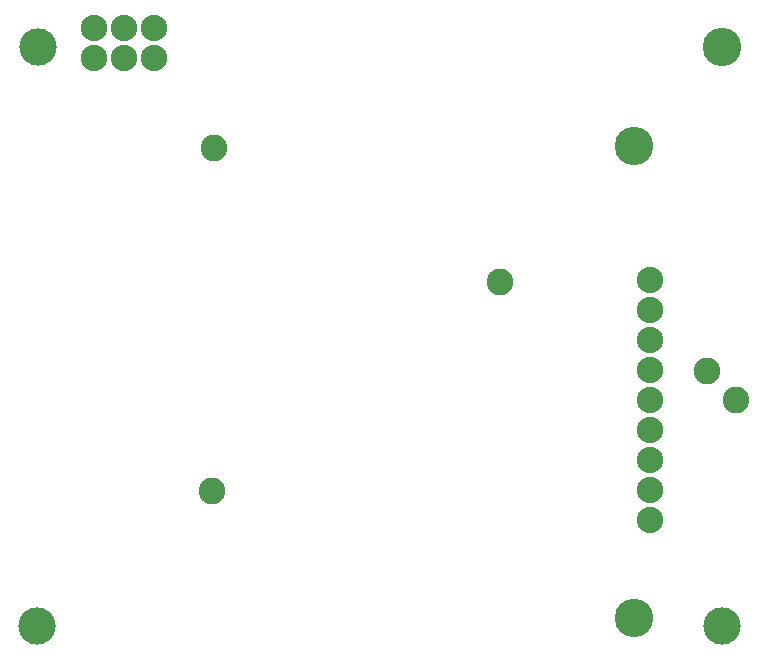
<source format=gts>
G04 MADE WITH FRITZING*
G04 WWW.FRITZING.ORG*
G04 DOUBLE SIDED*
G04 HOLES PLATED*
G04 CONTOUR ON CENTER OF CONTOUR VECTOR*
%ASAXBY*%
%FSLAX23Y23*%
%MOIN*%
%OFA0B0*%
%SFA1.0B1.0*%
%ADD10C,0.128110*%
%ADD11C,0.124173*%
%ADD12C,0.088740*%
%ADD13C,0.088000*%
%LNMASK1*%
G90*
G70*
G54D10*
X2120Y1742D03*
X2120Y168D03*
X2414Y2073D03*
G54D11*
X132Y2072D03*
X130Y143D03*
X2415Y143D03*
G54D12*
X2365Y993D03*
X2461Y896D03*
G54D13*
X2175Y1294D03*
X2175Y1194D03*
X2175Y1094D03*
X2175Y994D03*
X2175Y894D03*
X2175Y794D03*
X2175Y694D03*
X2175Y594D03*
X2175Y494D03*
X519Y2134D03*
X419Y2134D03*
X319Y2134D03*
X519Y2134D03*
X419Y2134D03*
X319Y2134D03*
X319Y2034D03*
X419Y2034D03*
X519Y2034D03*
G54D12*
X715Y592D03*
X1674Y1290D03*
X719Y1734D03*
G04 End of Mask1*
M02*
</source>
